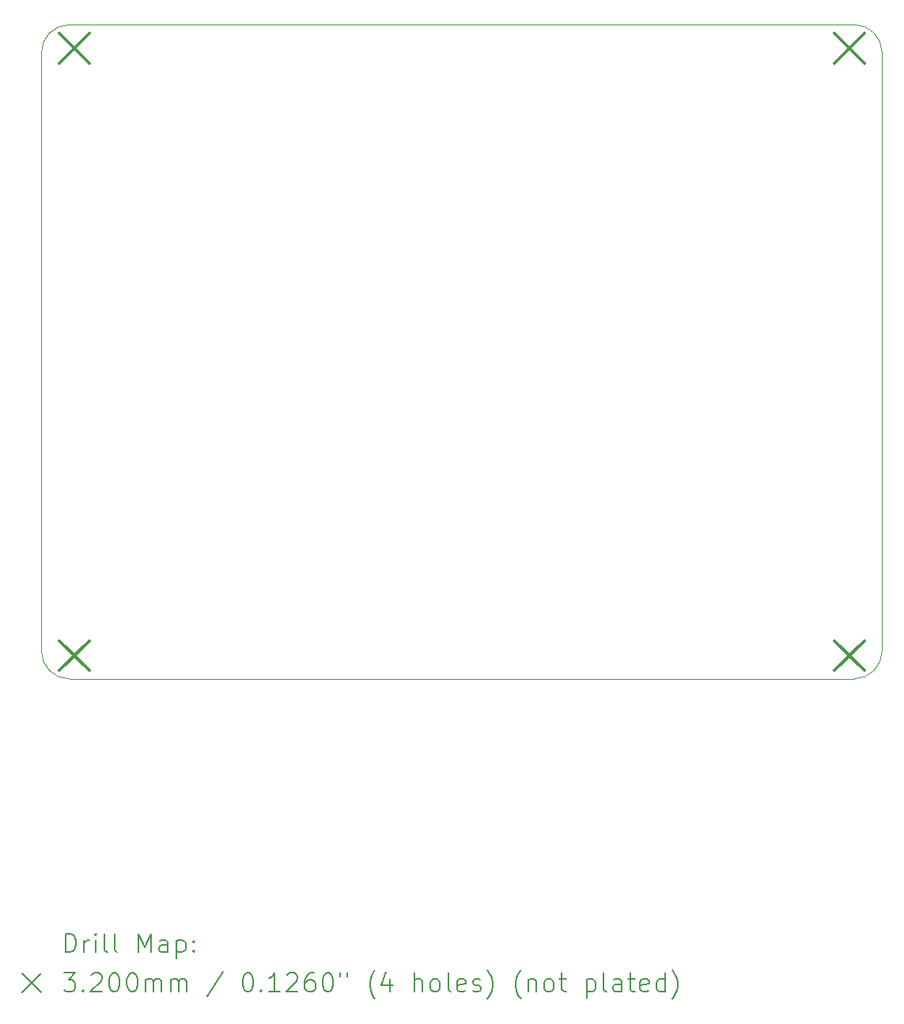
<source format=gbr>
%TF.GenerationSoftware,KiCad,Pcbnew,7.0.11-7.0.11~ubuntu22.04.1*%
%TF.CreationDate,2024-06-01T22:11:08-04:00*%
%TF.ProjectId,GarageDoor,47617261-6765-4446-9f6f-722e6b696361,rev?*%
%TF.SameCoordinates,Original*%
%TF.FileFunction,Drillmap*%
%TF.FilePolarity,Positive*%
%FSLAX45Y45*%
G04 Gerber Fmt 4.5, Leading zero omitted, Abs format (unit mm)*
G04 Created by KiCad (PCBNEW 7.0.11-7.0.11~ubuntu22.04.1) date 2024-06-01 22:11:08*
%MOMM*%
%LPD*%
G01*
G04 APERTURE LIST*
%ADD10C,0.050000*%
%ADD11C,0.200000*%
%ADD12C,0.320000*%
G04 APERTURE END LIST*
D10*
X11500000Y-2800000D02*
X11500000Y-9200000D01*
X2800000Y-2500000D02*
G75*
G03*
X2500000Y-2800000I0J-300000D01*
G01*
X2500000Y-9200000D02*
X2500000Y-2800000D01*
X11200000Y-9500000D02*
G75*
G03*
X11500000Y-9200000I0J300000D01*
G01*
X2500000Y-9200000D02*
G75*
G03*
X2800000Y-9500000I300000J0D01*
G01*
X11500000Y-2800000D02*
G75*
G03*
X11200000Y-2500000I-300000J0D01*
G01*
X2800000Y-2500000D02*
X11200000Y-2500000D01*
X11200000Y-9500000D02*
X2800000Y-9500000D01*
D11*
D12*
X2690000Y-2590000D02*
X3010000Y-2910000D01*
X3010000Y-2590000D02*
X2690000Y-2910000D01*
X2690000Y-9090000D02*
X3010000Y-9410000D01*
X3010000Y-9090000D02*
X2690000Y-9410000D01*
X10990000Y-2590000D02*
X11310000Y-2910000D01*
X11310000Y-2590000D02*
X10990000Y-2910000D01*
X10990000Y-9090000D02*
X11310000Y-9410000D01*
X11310000Y-9090000D02*
X10990000Y-9410000D01*
D11*
X2758277Y-12424984D02*
X2758277Y-12224984D01*
X2758277Y-12224984D02*
X2805896Y-12224984D01*
X2805896Y-12224984D02*
X2834467Y-12234508D01*
X2834467Y-12234508D02*
X2853515Y-12253555D01*
X2853515Y-12253555D02*
X2863039Y-12272603D01*
X2863039Y-12272603D02*
X2872562Y-12310698D01*
X2872562Y-12310698D02*
X2872562Y-12339269D01*
X2872562Y-12339269D02*
X2863039Y-12377365D01*
X2863039Y-12377365D02*
X2853515Y-12396412D01*
X2853515Y-12396412D02*
X2834467Y-12415460D01*
X2834467Y-12415460D02*
X2805896Y-12424984D01*
X2805896Y-12424984D02*
X2758277Y-12424984D01*
X2958277Y-12424984D02*
X2958277Y-12291650D01*
X2958277Y-12329746D02*
X2967801Y-12310698D01*
X2967801Y-12310698D02*
X2977324Y-12301174D01*
X2977324Y-12301174D02*
X2996372Y-12291650D01*
X2996372Y-12291650D02*
X3015420Y-12291650D01*
X3082086Y-12424984D02*
X3082086Y-12291650D01*
X3082086Y-12224984D02*
X3072562Y-12234508D01*
X3072562Y-12234508D02*
X3082086Y-12244031D01*
X3082086Y-12244031D02*
X3091610Y-12234508D01*
X3091610Y-12234508D02*
X3082086Y-12224984D01*
X3082086Y-12224984D02*
X3082086Y-12244031D01*
X3205896Y-12424984D02*
X3186848Y-12415460D01*
X3186848Y-12415460D02*
X3177324Y-12396412D01*
X3177324Y-12396412D02*
X3177324Y-12224984D01*
X3310658Y-12424984D02*
X3291610Y-12415460D01*
X3291610Y-12415460D02*
X3282086Y-12396412D01*
X3282086Y-12396412D02*
X3282086Y-12224984D01*
X3539229Y-12424984D02*
X3539229Y-12224984D01*
X3539229Y-12224984D02*
X3605896Y-12367841D01*
X3605896Y-12367841D02*
X3672562Y-12224984D01*
X3672562Y-12224984D02*
X3672562Y-12424984D01*
X3853515Y-12424984D02*
X3853515Y-12320222D01*
X3853515Y-12320222D02*
X3843991Y-12301174D01*
X3843991Y-12301174D02*
X3824943Y-12291650D01*
X3824943Y-12291650D02*
X3786848Y-12291650D01*
X3786848Y-12291650D02*
X3767801Y-12301174D01*
X3853515Y-12415460D02*
X3834467Y-12424984D01*
X3834467Y-12424984D02*
X3786848Y-12424984D01*
X3786848Y-12424984D02*
X3767801Y-12415460D01*
X3767801Y-12415460D02*
X3758277Y-12396412D01*
X3758277Y-12396412D02*
X3758277Y-12377365D01*
X3758277Y-12377365D02*
X3767801Y-12358317D01*
X3767801Y-12358317D02*
X3786848Y-12348793D01*
X3786848Y-12348793D02*
X3834467Y-12348793D01*
X3834467Y-12348793D02*
X3853515Y-12339269D01*
X3948753Y-12291650D02*
X3948753Y-12491650D01*
X3948753Y-12301174D02*
X3967801Y-12291650D01*
X3967801Y-12291650D02*
X4005896Y-12291650D01*
X4005896Y-12291650D02*
X4024943Y-12301174D01*
X4024943Y-12301174D02*
X4034467Y-12310698D01*
X4034467Y-12310698D02*
X4043991Y-12329746D01*
X4043991Y-12329746D02*
X4043991Y-12386888D01*
X4043991Y-12386888D02*
X4034467Y-12405936D01*
X4034467Y-12405936D02*
X4024943Y-12415460D01*
X4024943Y-12415460D02*
X4005896Y-12424984D01*
X4005896Y-12424984D02*
X3967801Y-12424984D01*
X3967801Y-12424984D02*
X3948753Y-12415460D01*
X4129705Y-12405936D02*
X4139229Y-12415460D01*
X4139229Y-12415460D02*
X4129705Y-12424984D01*
X4129705Y-12424984D02*
X4120182Y-12415460D01*
X4120182Y-12415460D02*
X4129705Y-12405936D01*
X4129705Y-12405936D02*
X4129705Y-12424984D01*
X4129705Y-12301174D02*
X4139229Y-12310698D01*
X4139229Y-12310698D02*
X4129705Y-12320222D01*
X4129705Y-12320222D02*
X4120182Y-12310698D01*
X4120182Y-12310698D02*
X4129705Y-12301174D01*
X4129705Y-12301174D02*
X4129705Y-12320222D01*
X2297500Y-12653500D02*
X2497500Y-12853500D01*
X2497500Y-12653500D02*
X2297500Y-12853500D01*
X2739229Y-12644984D02*
X2863039Y-12644984D01*
X2863039Y-12644984D02*
X2796372Y-12721174D01*
X2796372Y-12721174D02*
X2824943Y-12721174D01*
X2824943Y-12721174D02*
X2843991Y-12730698D01*
X2843991Y-12730698D02*
X2853515Y-12740222D01*
X2853515Y-12740222D02*
X2863039Y-12759269D01*
X2863039Y-12759269D02*
X2863039Y-12806888D01*
X2863039Y-12806888D02*
X2853515Y-12825936D01*
X2853515Y-12825936D02*
X2843991Y-12835460D01*
X2843991Y-12835460D02*
X2824943Y-12844984D01*
X2824943Y-12844984D02*
X2767801Y-12844984D01*
X2767801Y-12844984D02*
X2748753Y-12835460D01*
X2748753Y-12835460D02*
X2739229Y-12825936D01*
X2948753Y-12825936D02*
X2958277Y-12835460D01*
X2958277Y-12835460D02*
X2948753Y-12844984D01*
X2948753Y-12844984D02*
X2939229Y-12835460D01*
X2939229Y-12835460D02*
X2948753Y-12825936D01*
X2948753Y-12825936D02*
X2948753Y-12844984D01*
X3034467Y-12664031D02*
X3043991Y-12654508D01*
X3043991Y-12654508D02*
X3063039Y-12644984D01*
X3063039Y-12644984D02*
X3110658Y-12644984D01*
X3110658Y-12644984D02*
X3129705Y-12654508D01*
X3129705Y-12654508D02*
X3139229Y-12664031D01*
X3139229Y-12664031D02*
X3148753Y-12683079D01*
X3148753Y-12683079D02*
X3148753Y-12702127D01*
X3148753Y-12702127D02*
X3139229Y-12730698D01*
X3139229Y-12730698D02*
X3024943Y-12844984D01*
X3024943Y-12844984D02*
X3148753Y-12844984D01*
X3272562Y-12644984D02*
X3291610Y-12644984D01*
X3291610Y-12644984D02*
X3310658Y-12654508D01*
X3310658Y-12654508D02*
X3320182Y-12664031D01*
X3320182Y-12664031D02*
X3329705Y-12683079D01*
X3329705Y-12683079D02*
X3339229Y-12721174D01*
X3339229Y-12721174D02*
X3339229Y-12768793D01*
X3339229Y-12768793D02*
X3329705Y-12806888D01*
X3329705Y-12806888D02*
X3320182Y-12825936D01*
X3320182Y-12825936D02*
X3310658Y-12835460D01*
X3310658Y-12835460D02*
X3291610Y-12844984D01*
X3291610Y-12844984D02*
X3272562Y-12844984D01*
X3272562Y-12844984D02*
X3253515Y-12835460D01*
X3253515Y-12835460D02*
X3243991Y-12825936D01*
X3243991Y-12825936D02*
X3234467Y-12806888D01*
X3234467Y-12806888D02*
X3224943Y-12768793D01*
X3224943Y-12768793D02*
X3224943Y-12721174D01*
X3224943Y-12721174D02*
X3234467Y-12683079D01*
X3234467Y-12683079D02*
X3243991Y-12664031D01*
X3243991Y-12664031D02*
X3253515Y-12654508D01*
X3253515Y-12654508D02*
X3272562Y-12644984D01*
X3463039Y-12644984D02*
X3482086Y-12644984D01*
X3482086Y-12644984D02*
X3501134Y-12654508D01*
X3501134Y-12654508D02*
X3510658Y-12664031D01*
X3510658Y-12664031D02*
X3520182Y-12683079D01*
X3520182Y-12683079D02*
X3529705Y-12721174D01*
X3529705Y-12721174D02*
X3529705Y-12768793D01*
X3529705Y-12768793D02*
X3520182Y-12806888D01*
X3520182Y-12806888D02*
X3510658Y-12825936D01*
X3510658Y-12825936D02*
X3501134Y-12835460D01*
X3501134Y-12835460D02*
X3482086Y-12844984D01*
X3482086Y-12844984D02*
X3463039Y-12844984D01*
X3463039Y-12844984D02*
X3443991Y-12835460D01*
X3443991Y-12835460D02*
X3434467Y-12825936D01*
X3434467Y-12825936D02*
X3424943Y-12806888D01*
X3424943Y-12806888D02*
X3415420Y-12768793D01*
X3415420Y-12768793D02*
X3415420Y-12721174D01*
X3415420Y-12721174D02*
X3424943Y-12683079D01*
X3424943Y-12683079D02*
X3434467Y-12664031D01*
X3434467Y-12664031D02*
X3443991Y-12654508D01*
X3443991Y-12654508D02*
X3463039Y-12644984D01*
X3615420Y-12844984D02*
X3615420Y-12711650D01*
X3615420Y-12730698D02*
X3624943Y-12721174D01*
X3624943Y-12721174D02*
X3643991Y-12711650D01*
X3643991Y-12711650D02*
X3672563Y-12711650D01*
X3672563Y-12711650D02*
X3691610Y-12721174D01*
X3691610Y-12721174D02*
X3701134Y-12740222D01*
X3701134Y-12740222D02*
X3701134Y-12844984D01*
X3701134Y-12740222D02*
X3710658Y-12721174D01*
X3710658Y-12721174D02*
X3729705Y-12711650D01*
X3729705Y-12711650D02*
X3758277Y-12711650D01*
X3758277Y-12711650D02*
X3777324Y-12721174D01*
X3777324Y-12721174D02*
X3786848Y-12740222D01*
X3786848Y-12740222D02*
X3786848Y-12844984D01*
X3882086Y-12844984D02*
X3882086Y-12711650D01*
X3882086Y-12730698D02*
X3891610Y-12721174D01*
X3891610Y-12721174D02*
X3910658Y-12711650D01*
X3910658Y-12711650D02*
X3939229Y-12711650D01*
X3939229Y-12711650D02*
X3958277Y-12721174D01*
X3958277Y-12721174D02*
X3967801Y-12740222D01*
X3967801Y-12740222D02*
X3967801Y-12844984D01*
X3967801Y-12740222D02*
X3977324Y-12721174D01*
X3977324Y-12721174D02*
X3996372Y-12711650D01*
X3996372Y-12711650D02*
X4024943Y-12711650D01*
X4024943Y-12711650D02*
X4043991Y-12721174D01*
X4043991Y-12721174D02*
X4053515Y-12740222D01*
X4053515Y-12740222D02*
X4053515Y-12844984D01*
X4443991Y-12635460D02*
X4272563Y-12892603D01*
X4701134Y-12644984D02*
X4720182Y-12644984D01*
X4720182Y-12644984D02*
X4739229Y-12654508D01*
X4739229Y-12654508D02*
X4748753Y-12664031D01*
X4748753Y-12664031D02*
X4758277Y-12683079D01*
X4758277Y-12683079D02*
X4767801Y-12721174D01*
X4767801Y-12721174D02*
X4767801Y-12768793D01*
X4767801Y-12768793D02*
X4758277Y-12806888D01*
X4758277Y-12806888D02*
X4748753Y-12825936D01*
X4748753Y-12825936D02*
X4739229Y-12835460D01*
X4739229Y-12835460D02*
X4720182Y-12844984D01*
X4720182Y-12844984D02*
X4701134Y-12844984D01*
X4701134Y-12844984D02*
X4682087Y-12835460D01*
X4682087Y-12835460D02*
X4672563Y-12825936D01*
X4672563Y-12825936D02*
X4663039Y-12806888D01*
X4663039Y-12806888D02*
X4653515Y-12768793D01*
X4653515Y-12768793D02*
X4653515Y-12721174D01*
X4653515Y-12721174D02*
X4663039Y-12683079D01*
X4663039Y-12683079D02*
X4672563Y-12664031D01*
X4672563Y-12664031D02*
X4682087Y-12654508D01*
X4682087Y-12654508D02*
X4701134Y-12644984D01*
X4853515Y-12825936D02*
X4863039Y-12835460D01*
X4863039Y-12835460D02*
X4853515Y-12844984D01*
X4853515Y-12844984D02*
X4843991Y-12835460D01*
X4843991Y-12835460D02*
X4853515Y-12825936D01*
X4853515Y-12825936D02*
X4853515Y-12844984D01*
X5053515Y-12844984D02*
X4939229Y-12844984D01*
X4996372Y-12844984D02*
X4996372Y-12644984D01*
X4996372Y-12644984D02*
X4977325Y-12673555D01*
X4977325Y-12673555D02*
X4958277Y-12692603D01*
X4958277Y-12692603D02*
X4939229Y-12702127D01*
X5129706Y-12664031D02*
X5139229Y-12654508D01*
X5139229Y-12654508D02*
X5158277Y-12644984D01*
X5158277Y-12644984D02*
X5205896Y-12644984D01*
X5205896Y-12644984D02*
X5224944Y-12654508D01*
X5224944Y-12654508D02*
X5234468Y-12664031D01*
X5234468Y-12664031D02*
X5243991Y-12683079D01*
X5243991Y-12683079D02*
X5243991Y-12702127D01*
X5243991Y-12702127D02*
X5234468Y-12730698D01*
X5234468Y-12730698D02*
X5120182Y-12844984D01*
X5120182Y-12844984D02*
X5243991Y-12844984D01*
X5415420Y-12644984D02*
X5377325Y-12644984D01*
X5377325Y-12644984D02*
X5358277Y-12654508D01*
X5358277Y-12654508D02*
X5348753Y-12664031D01*
X5348753Y-12664031D02*
X5329706Y-12692603D01*
X5329706Y-12692603D02*
X5320182Y-12730698D01*
X5320182Y-12730698D02*
X5320182Y-12806888D01*
X5320182Y-12806888D02*
X5329706Y-12825936D01*
X5329706Y-12825936D02*
X5339229Y-12835460D01*
X5339229Y-12835460D02*
X5358277Y-12844984D01*
X5358277Y-12844984D02*
X5396372Y-12844984D01*
X5396372Y-12844984D02*
X5415420Y-12835460D01*
X5415420Y-12835460D02*
X5424944Y-12825936D01*
X5424944Y-12825936D02*
X5434468Y-12806888D01*
X5434468Y-12806888D02*
X5434468Y-12759269D01*
X5434468Y-12759269D02*
X5424944Y-12740222D01*
X5424944Y-12740222D02*
X5415420Y-12730698D01*
X5415420Y-12730698D02*
X5396372Y-12721174D01*
X5396372Y-12721174D02*
X5358277Y-12721174D01*
X5358277Y-12721174D02*
X5339229Y-12730698D01*
X5339229Y-12730698D02*
X5329706Y-12740222D01*
X5329706Y-12740222D02*
X5320182Y-12759269D01*
X5558277Y-12644984D02*
X5577325Y-12644984D01*
X5577325Y-12644984D02*
X5596372Y-12654508D01*
X5596372Y-12654508D02*
X5605896Y-12664031D01*
X5605896Y-12664031D02*
X5615420Y-12683079D01*
X5615420Y-12683079D02*
X5624944Y-12721174D01*
X5624944Y-12721174D02*
X5624944Y-12768793D01*
X5624944Y-12768793D02*
X5615420Y-12806888D01*
X5615420Y-12806888D02*
X5605896Y-12825936D01*
X5605896Y-12825936D02*
X5596372Y-12835460D01*
X5596372Y-12835460D02*
X5577325Y-12844984D01*
X5577325Y-12844984D02*
X5558277Y-12844984D01*
X5558277Y-12844984D02*
X5539229Y-12835460D01*
X5539229Y-12835460D02*
X5529706Y-12825936D01*
X5529706Y-12825936D02*
X5520182Y-12806888D01*
X5520182Y-12806888D02*
X5510658Y-12768793D01*
X5510658Y-12768793D02*
X5510658Y-12721174D01*
X5510658Y-12721174D02*
X5520182Y-12683079D01*
X5520182Y-12683079D02*
X5529706Y-12664031D01*
X5529706Y-12664031D02*
X5539229Y-12654508D01*
X5539229Y-12654508D02*
X5558277Y-12644984D01*
X5701134Y-12644984D02*
X5701134Y-12683079D01*
X5777325Y-12644984D02*
X5777325Y-12683079D01*
X6072563Y-12921174D02*
X6063039Y-12911650D01*
X6063039Y-12911650D02*
X6043991Y-12883079D01*
X6043991Y-12883079D02*
X6034468Y-12864031D01*
X6034468Y-12864031D02*
X6024944Y-12835460D01*
X6024944Y-12835460D02*
X6015420Y-12787841D01*
X6015420Y-12787841D02*
X6015420Y-12749746D01*
X6015420Y-12749746D02*
X6024944Y-12702127D01*
X6024944Y-12702127D02*
X6034468Y-12673555D01*
X6034468Y-12673555D02*
X6043991Y-12654508D01*
X6043991Y-12654508D02*
X6063039Y-12625936D01*
X6063039Y-12625936D02*
X6072563Y-12616412D01*
X6234468Y-12711650D02*
X6234468Y-12844984D01*
X6186848Y-12635460D02*
X6139229Y-12778317D01*
X6139229Y-12778317D02*
X6263039Y-12778317D01*
X6491610Y-12844984D02*
X6491610Y-12644984D01*
X6577325Y-12844984D02*
X6577325Y-12740222D01*
X6577325Y-12740222D02*
X6567801Y-12721174D01*
X6567801Y-12721174D02*
X6548753Y-12711650D01*
X6548753Y-12711650D02*
X6520182Y-12711650D01*
X6520182Y-12711650D02*
X6501134Y-12721174D01*
X6501134Y-12721174D02*
X6491610Y-12730698D01*
X6701134Y-12844984D02*
X6682087Y-12835460D01*
X6682087Y-12835460D02*
X6672563Y-12825936D01*
X6672563Y-12825936D02*
X6663039Y-12806888D01*
X6663039Y-12806888D02*
X6663039Y-12749746D01*
X6663039Y-12749746D02*
X6672563Y-12730698D01*
X6672563Y-12730698D02*
X6682087Y-12721174D01*
X6682087Y-12721174D02*
X6701134Y-12711650D01*
X6701134Y-12711650D02*
X6729706Y-12711650D01*
X6729706Y-12711650D02*
X6748753Y-12721174D01*
X6748753Y-12721174D02*
X6758277Y-12730698D01*
X6758277Y-12730698D02*
X6767801Y-12749746D01*
X6767801Y-12749746D02*
X6767801Y-12806888D01*
X6767801Y-12806888D02*
X6758277Y-12825936D01*
X6758277Y-12825936D02*
X6748753Y-12835460D01*
X6748753Y-12835460D02*
X6729706Y-12844984D01*
X6729706Y-12844984D02*
X6701134Y-12844984D01*
X6882087Y-12844984D02*
X6863039Y-12835460D01*
X6863039Y-12835460D02*
X6853515Y-12816412D01*
X6853515Y-12816412D02*
X6853515Y-12644984D01*
X7034468Y-12835460D02*
X7015420Y-12844984D01*
X7015420Y-12844984D02*
X6977325Y-12844984D01*
X6977325Y-12844984D02*
X6958277Y-12835460D01*
X6958277Y-12835460D02*
X6948753Y-12816412D01*
X6948753Y-12816412D02*
X6948753Y-12740222D01*
X6948753Y-12740222D02*
X6958277Y-12721174D01*
X6958277Y-12721174D02*
X6977325Y-12711650D01*
X6977325Y-12711650D02*
X7015420Y-12711650D01*
X7015420Y-12711650D02*
X7034468Y-12721174D01*
X7034468Y-12721174D02*
X7043991Y-12740222D01*
X7043991Y-12740222D02*
X7043991Y-12759269D01*
X7043991Y-12759269D02*
X6948753Y-12778317D01*
X7120182Y-12835460D02*
X7139230Y-12844984D01*
X7139230Y-12844984D02*
X7177325Y-12844984D01*
X7177325Y-12844984D02*
X7196372Y-12835460D01*
X7196372Y-12835460D02*
X7205896Y-12816412D01*
X7205896Y-12816412D02*
X7205896Y-12806888D01*
X7205896Y-12806888D02*
X7196372Y-12787841D01*
X7196372Y-12787841D02*
X7177325Y-12778317D01*
X7177325Y-12778317D02*
X7148753Y-12778317D01*
X7148753Y-12778317D02*
X7129706Y-12768793D01*
X7129706Y-12768793D02*
X7120182Y-12749746D01*
X7120182Y-12749746D02*
X7120182Y-12740222D01*
X7120182Y-12740222D02*
X7129706Y-12721174D01*
X7129706Y-12721174D02*
X7148753Y-12711650D01*
X7148753Y-12711650D02*
X7177325Y-12711650D01*
X7177325Y-12711650D02*
X7196372Y-12721174D01*
X7272563Y-12921174D02*
X7282087Y-12911650D01*
X7282087Y-12911650D02*
X7301134Y-12883079D01*
X7301134Y-12883079D02*
X7310658Y-12864031D01*
X7310658Y-12864031D02*
X7320182Y-12835460D01*
X7320182Y-12835460D02*
X7329706Y-12787841D01*
X7329706Y-12787841D02*
X7329706Y-12749746D01*
X7329706Y-12749746D02*
X7320182Y-12702127D01*
X7320182Y-12702127D02*
X7310658Y-12673555D01*
X7310658Y-12673555D02*
X7301134Y-12654508D01*
X7301134Y-12654508D02*
X7282087Y-12625936D01*
X7282087Y-12625936D02*
X7272563Y-12616412D01*
X7634468Y-12921174D02*
X7624944Y-12911650D01*
X7624944Y-12911650D02*
X7605896Y-12883079D01*
X7605896Y-12883079D02*
X7596372Y-12864031D01*
X7596372Y-12864031D02*
X7586849Y-12835460D01*
X7586849Y-12835460D02*
X7577325Y-12787841D01*
X7577325Y-12787841D02*
X7577325Y-12749746D01*
X7577325Y-12749746D02*
X7586849Y-12702127D01*
X7586849Y-12702127D02*
X7596372Y-12673555D01*
X7596372Y-12673555D02*
X7605896Y-12654508D01*
X7605896Y-12654508D02*
X7624944Y-12625936D01*
X7624944Y-12625936D02*
X7634468Y-12616412D01*
X7710658Y-12711650D02*
X7710658Y-12844984D01*
X7710658Y-12730698D02*
X7720182Y-12721174D01*
X7720182Y-12721174D02*
X7739230Y-12711650D01*
X7739230Y-12711650D02*
X7767801Y-12711650D01*
X7767801Y-12711650D02*
X7786849Y-12721174D01*
X7786849Y-12721174D02*
X7796372Y-12740222D01*
X7796372Y-12740222D02*
X7796372Y-12844984D01*
X7920182Y-12844984D02*
X7901134Y-12835460D01*
X7901134Y-12835460D02*
X7891611Y-12825936D01*
X7891611Y-12825936D02*
X7882087Y-12806888D01*
X7882087Y-12806888D02*
X7882087Y-12749746D01*
X7882087Y-12749746D02*
X7891611Y-12730698D01*
X7891611Y-12730698D02*
X7901134Y-12721174D01*
X7901134Y-12721174D02*
X7920182Y-12711650D01*
X7920182Y-12711650D02*
X7948753Y-12711650D01*
X7948753Y-12711650D02*
X7967801Y-12721174D01*
X7967801Y-12721174D02*
X7977325Y-12730698D01*
X7977325Y-12730698D02*
X7986849Y-12749746D01*
X7986849Y-12749746D02*
X7986849Y-12806888D01*
X7986849Y-12806888D02*
X7977325Y-12825936D01*
X7977325Y-12825936D02*
X7967801Y-12835460D01*
X7967801Y-12835460D02*
X7948753Y-12844984D01*
X7948753Y-12844984D02*
X7920182Y-12844984D01*
X8043992Y-12711650D02*
X8120182Y-12711650D01*
X8072563Y-12644984D02*
X8072563Y-12816412D01*
X8072563Y-12816412D02*
X8082087Y-12835460D01*
X8082087Y-12835460D02*
X8101134Y-12844984D01*
X8101134Y-12844984D02*
X8120182Y-12844984D01*
X8339230Y-12711650D02*
X8339230Y-12911650D01*
X8339230Y-12721174D02*
X8358277Y-12711650D01*
X8358277Y-12711650D02*
X8396373Y-12711650D01*
X8396373Y-12711650D02*
X8415420Y-12721174D01*
X8415420Y-12721174D02*
X8424944Y-12730698D01*
X8424944Y-12730698D02*
X8434468Y-12749746D01*
X8434468Y-12749746D02*
X8434468Y-12806888D01*
X8434468Y-12806888D02*
X8424944Y-12825936D01*
X8424944Y-12825936D02*
X8415420Y-12835460D01*
X8415420Y-12835460D02*
X8396373Y-12844984D01*
X8396373Y-12844984D02*
X8358277Y-12844984D01*
X8358277Y-12844984D02*
X8339230Y-12835460D01*
X8548754Y-12844984D02*
X8529706Y-12835460D01*
X8529706Y-12835460D02*
X8520182Y-12816412D01*
X8520182Y-12816412D02*
X8520182Y-12644984D01*
X8710658Y-12844984D02*
X8710658Y-12740222D01*
X8710658Y-12740222D02*
X8701135Y-12721174D01*
X8701135Y-12721174D02*
X8682087Y-12711650D01*
X8682087Y-12711650D02*
X8643992Y-12711650D01*
X8643992Y-12711650D02*
X8624944Y-12721174D01*
X8710658Y-12835460D02*
X8691611Y-12844984D01*
X8691611Y-12844984D02*
X8643992Y-12844984D01*
X8643992Y-12844984D02*
X8624944Y-12835460D01*
X8624944Y-12835460D02*
X8615420Y-12816412D01*
X8615420Y-12816412D02*
X8615420Y-12797365D01*
X8615420Y-12797365D02*
X8624944Y-12778317D01*
X8624944Y-12778317D02*
X8643992Y-12768793D01*
X8643992Y-12768793D02*
X8691611Y-12768793D01*
X8691611Y-12768793D02*
X8710658Y-12759269D01*
X8777325Y-12711650D02*
X8853515Y-12711650D01*
X8805896Y-12644984D02*
X8805896Y-12816412D01*
X8805896Y-12816412D02*
X8815420Y-12835460D01*
X8815420Y-12835460D02*
X8834468Y-12844984D01*
X8834468Y-12844984D02*
X8853515Y-12844984D01*
X8996373Y-12835460D02*
X8977325Y-12844984D01*
X8977325Y-12844984D02*
X8939230Y-12844984D01*
X8939230Y-12844984D02*
X8920182Y-12835460D01*
X8920182Y-12835460D02*
X8910658Y-12816412D01*
X8910658Y-12816412D02*
X8910658Y-12740222D01*
X8910658Y-12740222D02*
X8920182Y-12721174D01*
X8920182Y-12721174D02*
X8939230Y-12711650D01*
X8939230Y-12711650D02*
X8977325Y-12711650D01*
X8977325Y-12711650D02*
X8996373Y-12721174D01*
X8996373Y-12721174D02*
X9005896Y-12740222D01*
X9005896Y-12740222D02*
X9005896Y-12759269D01*
X9005896Y-12759269D02*
X8910658Y-12778317D01*
X9177325Y-12844984D02*
X9177325Y-12644984D01*
X9177325Y-12835460D02*
X9158277Y-12844984D01*
X9158277Y-12844984D02*
X9120182Y-12844984D01*
X9120182Y-12844984D02*
X9101135Y-12835460D01*
X9101135Y-12835460D02*
X9091611Y-12825936D01*
X9091611Y-12825936D02*
X9082087Y-12806888D01*
X9082087Y-12806888D02*
X9082087Y-12749746D01*
X9082087Y-12749746D02*
X9091611Y-12730698D01*
X9091611Y-12730698D02*
X9101135Y-12721174D01*
X9101135Y-12721174D02*
X9120182Y-12711650D01*
X9120182Y-12711650D02*
X9158277Y-12711650D01*
X9158277Y-12711650D02*
X9177325Y-12721174D01*
X9253516Y-12921174D02*
X9263039Y-12911650D01*
X9263039Y-12911650D02*
X9282087Y-12883079D01*
X9282087Y-12883079D02*
X9291611Y-12864031D01*
X9291611Y-12864031D02*
X9301135Y-12835460D01*
X9301135Y-12835460D02*
X9310658Y-12787841D01*
X9310658Y-12787841D02*
X9310658Y-12749746D01*
X9310658Y-12749746D02*
X9301135Y-12702127D01*
X9301135Y-12702127D02*
X9291611Y-12673555D01*
X9291611Y-12673555D02*
X9282087Y-12654508D01*
X9282087Y-12654508D02*
X9263039Y-12625936D01*
X9263039Y-12625936D02*
X9253516Y-12616412D01*
M02*

</source>
